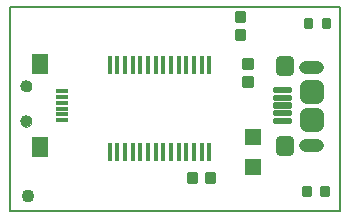
<source format=gts>
G75*
%MOIN*%
%OFA0B0*%
%FSLAX25Y25*%
%IPPOS*%
%LPD*%
%AMOC8*
5,1,8,0,0,1.08239X$1,22.5*
%
%ADD10C,0.00800*%
%ADD11C,0.01287*%
%ADD12R,0.05400X0.05400*%
%ADD13R,0.01770X0.05900*%
%ADD14C,0.04337*%
%ADD15C,0.04400*%
%ADD16C,0.01185*%
%ADD17C,0.03133*%
%ADD18C,0.04177*%
%ADD19R,0.04337X0.01581*%
%ADD20R,0.05518X0.06896*%
%ADD21C,0.01156*%
%ADD22C,0.00000*%
%ADD23C,0.03943*%
D10*
X0101036Y0048333D02*
X0101036Y0116333D01*
X0211036Y0116333D01*
X0211036Y0048333D01*
X0101036Y0048333D01*
D11*
X0160729Y0060640D02*
X0163343Y0060640D01*
X0163343Y0058026D01*
X0160729Y0058026D01*
X0160729Y0060640D01*
X0160729Y0059249D02*
X0163343Y0059249D01*
X0163343Y0060472D02*
X0160729Y0060472D01*
X0166729Y0060640D02*
X0169343Y0060640D01*
X0169343Y0058026D01*
X0166729Y0058026D01*
X0166729Y0060640D01*
X0166729Y0059249D02*
X0169343Y0059249D01*
X0169343Y0060472D02*
X0166729Y0060472D01*
X0179229Y0090026D02*
X0179229Y0092640D01*
X0181843Y0092640D01*
X0181843Y0090026D01*
X0179229Y0090026D01*
X0179229Y0091249D02*
X0181843Y0091249D01*
X0181843Y0092472D02*
X0179229Y0092472D01*
X0179229Y0096026D02*
X0179229Y0098640D01*
X0181843Y0098640D01*
X0181843Y0096026D01*
X0179229Y0096026D01*
X0179229Y0097249D02*
X0181843Y0097249D01*
X0181843Y0098472D02*
X0179229Y0098472D01*
X0176729Y0105526D02*
X0176729Y0108140D01*
X0179343Y0108140D01*
X0179343Y0105526D01*
X0176729Y0105526D01*
X0176729Y0106749D02*
X0179343Y0106749D01*
X0179343Y0107972D02*
X0176729Y0107972D01*
X0176729Y0111526D02*
X0176729Y0114140D01*
X0179343Y0114140D01*
X0179343Y0111526D01*
X0176729Y0111526D01*
X0176729Y0112749D02*
X0179343Y0112749D01*
X0179343Y0113972D02*
X0176729Y0113972D01*
D12*
X0182036Y0072833D03*
X0182036Y0062833D03*
D13*
X0167670Y0067940D03*
X0165111Y0067940D03*
X0162552Y0067940D03*
X0159993Y0067940D03*
X0157434Y0067940D03*
X0154874Y0067940D03*
X0152315Y0067940D03*
X0149756Y0067940D03*
X0147197Y0067940D03*
X0144638Y0067940D03*
X0142079Y0067940D03*
X0139520Y0067940D03*
X0136961Y0067940D03*
X0134402Y0067940D03*
X0134402Y0096727D03*
X0136961Y0096727D03*
X0139520Y0096727D03*
X0142079Y0096727D03*
X0144638Y0096727D03*
X0147197Y0096727D03*
X0149756Y0096727D03*
X0152315Y0096727D03*
X0154874Y0096727D03*
X0157434Y0096727D03*
X0159993Y0096727D03*
X0162552Y0096727D03*
X0165111Y0096727D03*
X0167670Y0096727D03*
D14*
X0107036Y0053233D03*
D15*
X0199567Y0070341D02*
X0203567Y0070341D01*
X0203567Y0096325D02*
X0199567Y0096325D01*
D16*
X0189459Y0088846D02*
X0189459Y0088056D01*
X0189459Y0088846D02*
X0194581Y0088846D01*
X0194581Y0088056D01*
X0189459Y0088056D01*
X0189459Y0086287D02*
X0189459Y0085497D01*
X0189459Y0086287D02*
X0194581Y0086287D01*
X0194581Y0085497D01*
X0189459Y0085497D01*
X0189459Y0083728D02*
X0189459Y0082938D01*
X0189459Y0083728D02*
X0194581Y0083728D01*
X0194581Y0082938D01*
X0189459Y0082938D01*
X0189459Y0081169D02*
X0189459Y0080379D01*
X0189459Y0081169D02*
X0194581Y0081169D01*
X0194581Y0080379D01*
X0189459Y0080379D01*
X0189459Y0078610D02*
X0189459Y0077820D01*
X0189459Y0078610D02*
X0194581Y0078610D01*
X0194581Y0077820D01*
X0189459Y0077820D01*
D17*
X0191327Y0071731D02*
X0194107Y0071731D01*
X0194107Y0068165D01*
X0191327Y0068165D01*
X0191327Y0071731D01*
X0191327Y0071141D02*
X0194107Y0071141D01*
X0194107Y0098502D02*
X0191327Y0098502D01*
X0194107Y0098502D02*
X0194107Y0094936D01*
X0191327Y0094936D01*
X0191327Y0098502D01*
X0191327Y0097912D02*
X0194107Y0097912D01*
D18*
X0203419Y0089910D02*
X0203419Y0086206D01*
X0199715Y0086206D01*
X0199715Y0089910D01*
X0203419Y0089910D01*
X0203419Y0080461D02*
X0203419Y0076757D01*
X0199715Y0076757D01*
X0199715Y0080461D01*
X0203419Y0080461D01*
D19*
X0118516Y0080381D03*
X0118516Y0082349D03*
X0118516Y0084318D03*
X0118516Y0086286D03*
X0118516Y0088255D03*
X0118516Y0078412D03*
D20*
X0111036Y0069455D03*
X0111036Y0097211D03*
D21*
X0199414Y0109461D02*
X0201658Y0109461D01*
X0199414Y0109461D02*
X0199414Y0112205D01*
X0201658Y0112205D01*
X0201658Y0109461D01*
X0201658Y0110559D02*
X0199414Y0110559D01*
X0199414Y0111657D02*
X0201658Y0111657D01*
X0205414Y0109461D02*
X0207658Y0109461D01*
X0205414Y0109461D02*
X0205414Y0112205D01*
X0207658Y0112205D01*
X0207658Y0109461D01*
X0207658Y0110559D02*
X0205414Y0110559D01*
X0205414Y0111657D02*
X0207658Y0111657D01*
X0207158Y0053461D02*
X0204914Y0053461D01*
X0204914Y0056205D01*
X0207158Y0056205D01*
X0207158Y0053461D01*
X0207158Y0054559D02*
X0204914Y0054559D01*
X0204914Y0055657D02*
X0207158Y0055657D01*
X0201158Y0053461D02*
X0198914Y0053461D01*
X0198914Y0056205D01*
X0201158Y0056205D01*
X0201158Y0053461D01*
X0201158Y0054559D02*
X0198914Y0054559D01*
X0198914Y0055657D02*
X0201158Y0055657D01*
D22*
X0104795Y0078097D02*
X0104797Y0078181D01*
X0104803Y0078264D01*
X0104813Y0078347D01*
X0104827Y0078430D01*
X0104844Y0078512D01*
X0104866Y0078593D01*
X0104891Y0078672D01*
X0104920Y0078751D01*
X0104953Y0078828D01*
X0104989Y0078903D01*
X0105029Y0078977D01*
X0105072Y0079049D01*
X0105119Y0079118D01*
X0105169Y0079185D01*
X0105222Y0079250D01*
X0105278Y0079312D01*
X0105336Y0079372D01*
X0105398Y0079429D01*
X0105462Y0079482D01*
X0105529Y0079533D01*
X0105598Y0079580D01*
X0105669Y0079625D01*
X0105742Y0079665D01*
X0105817Y0079702D01*
X0105894Y0079736D01*
X0105972Y0079766D01*
X0106051Y0079792D01*
X0106132Y0079815D01*
X0106214Y0079833D01*
X0106296Y0079848D01*
X0106379Y0079859D01*
X0106462Y0079866D01*
X0106546Y0079869D01*
X0106630Y0079868D01*
X0106713Y0079863D01*
X0106797Y0079854D01*
X0106879Y0079841D01*
X0106961Y0079825D01*
X0107042Y0079804D01*
X0107123Y0079780D01*
X0107201Y0079752D01*
X0107279Y0079720D01*
X0107355Y0079684D01*
X0107429Y0079645D01*
X0107501Y0079603D01*
X0107571Y0079557D01*
X0107639Y0079508D01*
X0107704Y0079456D01*
X0107767Y0079401D01*
X0107827Y0079343D01*
X0107885Y0079282D01*
X0107939Y0079218D01*
X0107991Y0079152D01*
X0108039Y0079084D01*
X0108084Y0079013D01*
X0108125Y0078940D01*
X0108164Y0078866D01*
X0108198Y0078790D01*
X0108229Y0078712D01*
X0108256Y0078633D01*
X0108280Y0078552D01*
X0108299Y0078471D01*
X0108315Y0078389D01*
X0108327Y0078306D01*
X0108335Y0078222D01*
X0108339Y0078139D01*
X0108339Y0078055D01*
X0108335Y0077972D01*
X0108327Y0077888D01*
X0108315Y0077805D01*
X0108299Y0077723D01*
X0108280Y0077642D01*
X0108256Y0077561D01*
X0108229Y0077482D01*
X0108198Y0077404D01*
X0108164Y0077328D01*
X0108125Y0077254D01*
X0108084Y0077181D01*
X0108039Y0077110D01*
X0107991Y0077042D01*
X0107939Y0076976D01*
X0107885Y0076912D01*
X0107827Y0076851D01*
X0107767Y0076793D01*
X0107704Y0076738D01*
X0107639Y0076686D01*
X0107571Y0076637D01*
X0107501Y0076591D01*
X0107429Y0076549D01*
X0107355Y0076510D01*
X0107279Y0076474D01*
X0107201Y0076442D01*
X0107123Y0076414D01*
X0107042Y0076390D01*
X0106961Y0076369D01*
X0106879Y0076353D01*
X0106797Y0076340D01*
X0106713Y0076331D01*
X0106630Y0076326D01*
X0106546Y0076325D01*
X0106462Y0076328D01*
X0106379Y0076335D01*
X0106296Y0076346D01*
X0106214Y0076361D01*
X0106132Y0076379D01*
X0106051Y0076402D01*
X0105972Y0076428D01*
X0105894Y0076458D01*
X0105817Y0076492D01*
X0105742Y0076529D01*
X0105669Y0076569D01*
X0105598Y0076614D01*
X0105529Y0076661D01*
X0105462Y0076712D01*
X0105398Y0076765D01*
X0105336Y0076822D01*
X0105278Y0076882D01*
X0105222Y0076944D01*
X0105169Y0077009D01*
X0105119Y0077076D01*
X0105072Y0077145D01*
X0105029Y0077217D01*
X0104989Y0077291D01*
X0104953Y0077366D01*
X0104920Y0077443D01*
X0104891Y0077522D01*
X0104866Y0077601D01*
X0104844Y0077682D01*
X0104827Y0077764D01*
X0104813Y0077847D01*
X0104803Y0077930D01*
X0104797Y0078013D01*
X0104795Y0078097D01*
X0104795Y0089908D02*
X0104797Y0089992D01*
X0104803Y0090075D01*
X0104813Y0090158D01*
X0104827Y0090241D01*
X0104844Y0090323D01*
X0104866Y0090404D01*
X0104891Y0090483D01*
X0104920Y0090562D01*
X0104953Y0090639D01*
X0104989Y0090714D01*
X0105029Y0090788D01*
X0105072Y0090860D01*
X0105119Y0090929D01*
X0105169Y0090996D01*
X0105222Y0091061D01*
X0105278Y0091123D01*
X0105336Y0091183D01*
X0105398Y0091240D01*
X0105462Y0091293D01*
X0105529Y0091344D01*
X0105598Y0091391D01*
X0105669Y0091436D01*
X0105742Y0091476D01*
X0105817Y0091513D01*
X0105894Y0091547D01*
X0105972Y0091577D01*
X0106051Y0091603D01*
X0106132Y0091626D01*
X0106214Y0091644D01*
X0106296Y0091659D01*
X0106379Y0091670D01*
X0106462Y0091677D01*
X0106546Y0091680D01*
X0106630Y0091679D01*
X0106713Y0091674D01*
X0106797Y0091665D01*
X0106879Y0091652D01*
X0106961Y0091636D01*
X0107042Y0091615D01*
X0107123Y0091591D01*
X0107201Y0091563D01*
X0107279Y0091531D01*
X0107355Y0091495D01*
X0107429Y0091456D01*
X0107501Y0091414D01*
X0107571Y0091368D01*
X0107639Y0091319D01*
X0107704Y0091267D01*
X0107767Y0091212D01*
X0107827Y0091154D01*
X0107885Y0091093D01*
X0107939Y0091029D01*
X0107991Y0090963D01*
X0108039Y0090895D01*
X0108084Y0090824D01*
X0108125Y0090751D01*
X0108164Y0090677D01*
X0108198Y0090601D01*
X0108229Y0090523D01*
X0108256Y0090444D01*
X0108280Y0090363D01*
X0108299Y0090282D01*
X0108315Y0090200D01*
X0108327Y0090117D01*
X0108335Y0090033D01*
X0108339Y0089950D01*
X0108339Y0089866D01*
X0108335Y0089783D01*
X0108327Y0089699D01*
X0108315Y0089616D01*
X0108299Y0089534D01*
X0108280Y0089453D01*
X0108256Y0089372D01*
X0108229Y0089293D01*
X0108198Y0089215D01*
X0108164Y0089139D01*
X0108125Y0089065D01*
X0108084Y0088992D01*
X0108039Y0088921D01*
X0107991Y0088853D01*
X0107939Y0088787D01*
X0107885Y0088723D01*
X0107827Y0088662D01*
X0107767Y0088604D01*
X0107704Y0088549D01*
X0107639Y0088497D01*
X0107571Y0088448D01*
X0107501Y0088402D01*
X0107429Y0088360D01*
X0107355Y0088321D01*
X0107279Y0088285D01*
X0107201Y0088253D01*
X0107123Y0088225D01*
X0107042Y0088201D01*
X0106961Y0088180D01*
X0106879Y0088164D01*
X0106797Y0088151D01*
X0106713Y0088142D01*
X0106630Y0088137D01*
X0106546Y0088136D01*
X0106462Y0088139D01*
X0106379Y0088146D01*
X0106296Y0088157D01*
X0106214Y0088172D01*
X0106132Y0088190D01*
X0106051Y0088213D01*
X0105972Y0088239D01*
X0105894Y0088269D01*
X0105817Y0088303D01*
X0105742Y0088340D01*
X0105669Y0088380D01*
X0105598Y0088425D01*
X0105529Y0088472D01*
X0105462Y0088523D01*
X0105398Y0088576D01*
X0105336Y0088633D01*
X0105278Y0088693D01*
X0105222Y0088755D01*
X0105169Y0088820D01*
X0105119Y0088887D01*
X0105072Y0088956D01*
X0105029Y0089028D01*
X0104989Y0089102D01*
X0104953Y0089177D01*
X0104920Y0089254D01*
X0104891Y0089333D01*
X0104866Y0089412D01*
X0104844Y0089493D01*
X0104827Y0089575D01*
X0104813Y0089658D01*
X0104803Y0089741D01*
X0104797Y0089824D01*
X0104795Y0089908D01*
D23*
X0106567Y0089908D03*
X0106567Y0078097D03*
M02*

</source>
